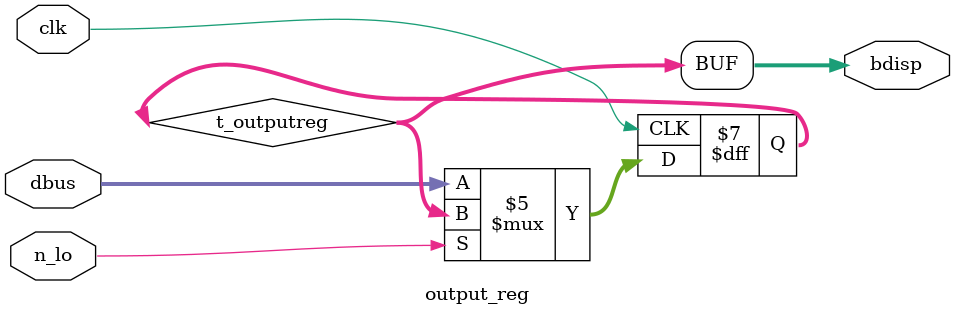
<source format=v>
module output_reg(
    input [7:0] dbus, 
    input n_lo, 
    input clk, 
    output [7:0] bdisp
);

reg [7:0] t_outputreg = 8'b0000000;
always @(posedge clk)
begin
    if(~n_lo) t_outputreg <= dbus; 
end
assign bdisp = t_outputreg; 

initial begin
$dumpfile("dump.vcd");
$dumpvars(1, output_reg);
end
endmodule
</source>
